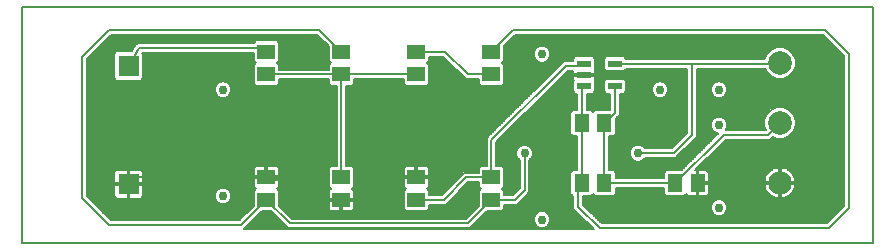
<source format=gtl>
G75*
%MOIN*%
%OFA0B0*%
%FSLAX25Y25*%
%IPPOS*%
%LPD*%
%AMOC8*
5,1,8,0,0,1.08239X$1,22.5*
%
%ADD10C,0.00600*%
%ADD11R,0.05906X0.05118*%
%ADD12R,0.05118X0.05906*%
%ADD13R,0.04724X0.02362*%
%ADD14C,0.07874*%
%ADD15R,0.07087X0.07087*%
%ADD16C,0.02978*%
D10*
X0022123Y0001300D02*
X0022123Y0080040D01*
X0305588Y0080040D01*
X0305588Y0001300D01*
X0022123Y0001300D01*
X0042123Y0016300D02*
X0051060Y0007363D01*
X0095116Y0007363D01*
X0103501Y0015749D01*
X0111375Y0007875D01*
X0170627Y0007875D01*
X0178501Y0015749D01*
X0186375Y0015749D01*
X0189564Y0018938D01*
X0189564Y0031300D01*
X0187011Y0032423D02*
X0180101Y0032423D01*
X0180101Y0033021D02*
X0187341Y0033021D01*
X0187200Y0032880D02*
X0186775Y0031855D01*
X0186775Y0030745D01*
X0187200Y0029720D01*
X0187964Y0028956D01*
X0187964Y0019601D01*
X0185713Y0017349D01*
X0182754Y0017349D01*
X0182754Y0018846D01*
X0182111Y0019489D01*
X0182754Y0020132D01*
X0182754Y0026327D01*
X0181993Y0027088D01*
X0180101Y0027088D01*
X0180101Y0034968D01*
X0203889Y0058755D01*
X0205771Y0058755D01*
X0205760Y0058715D01*
X0205760Y0057654D01*
X0209132Y0057654D01*
X0209132Y0057072D01*
X0205760Y0057072D01*
X0205760Y0056011D01*
X0205849Y0055680D01*
X0205940Y0055522D01*
X0205760Y0055342D01*
X0205760Y0051903D01*
X0206522Y0051142D01*
X0207098Y0051142D01*
X0207098Y0045553D01*
X0205601Y0045553D01*
X0204839Y0044791D01*
X0204839Y0037809D01*
X0182943Y0037809D01*
X0183541Y0038408D02*
X0204839Y0038408D01*
X0204839Y0039006D02*
X0184140Y0039006D01*
X0184738Y0039605D02*
X0204839Y0039605D01*
X0204839Y0040203D02*
X0185337Y0040203D01*
X0185935Y0040802D02*
X0204839Y0040802D01*
X0204839Y0041400D02*
X0186534Y0041400D01*
X0187132Y0041999D02*
X0204839Y0041999D01*
X0204839Y0042597D02*
X0187731Y0042597D01*
X0188329Y0043196D02*
X0204839Y0043196D01*
X0204839Y0043794D02*
X0188928Y0043794D01*
X0189526Y0044393D02*
X0204839Y0044393D01*
X0205039Y0044991D02*
X0190125Y0044991D01*
X0190723Y0045590D02*
X0207098Y0045590D01*
X0207098Y0046188D02*
X0191322Y0046188D01*
X0191920Y0046787D02*
X0207098Y0046787D01*
X0207098Y0047385D02*
X0192519Y0047385D01*
X0193117Y0047984D02*
X0207098Y0047984D01*
X0207098Y0048582D02*
X0193716Y0048582D01*
X0194314Y0049181D02*
X0207098Y0049181D01*
X0207098Y0049779D02*
X0194913Y0049779D01*
X0195511Y0050378D02*
X0207098Y0050378D01*
X0207098Y0050976D02*
X0196110Y0050976D01*
X0196708Y0051575D02*
X0206089Y0051575D01*
X0205760Y0052173D02*
X0197307Y0052173D01*
X0197905Y0052772D02*
X0205760Y0052772D01*
X0205760Y0053370D02*
X0198504Y0053370D01*
X0199102Y0053969D02*
X0205760Y0053969D01*
X0205760Y0054568D02*
X0199701Y0054568D01*
X0200299Y0055166D02*
X0205760Y0055166D01*
X0205826Y0055765D02*
X0200898Y0055765D01*
X0201496Y0056363D02*
X0205760Y0056363D01*
X0205760Y0056962D02*
X0202095Y0056962D01*
X0202693Y0057560D02*
X0209132Y0057560D01*
X0209423Y0057363D02*
X0204564Y0057363D01*
X0193501Y0046300D01*
X0188592Y0047984D02*
X0130101Y0047984D01*
X0130101Y0048582D02*
X0189190Y0048582D01*
X0189789Y0049181D02*
X0130101Y0049181D01*
X0130101Y0049779D02*
X0190387Y0049779D01*
X0190986Y0050378D02*
X0130101Y0050378D01*
X0130101Y0050976D02*
X0191584Y0050976D01*
X0192183Y0051575D02*
X0130101Y0051575D01*
X0130101Y0052173D02*
X0192781Y0052173D01*
X0193380Y0052772D02*
X0130101Y0052772D01*
X0130101Y0053370D02*
X0193978Y0053370D01*
X0194577Y0053969D02*
X0182261Y0053969D01*
X0181993Y0053701D02*
X0182754Y0054462D01*
X0182754Y0060657D01*
X0182111Y0061300D01*
X0182754Y0061943D01*
X0182754Y0067030D01*
X0186487Y0070763D01*
X0288980Y0070763D01*
X0296114Y0063629D01*
X0296114Y0013774D01*
X0290240Y0007900D01*
X0215227Y0007900D01*
X0209058Y0014069D01*
X0209058Y0017047D01*
X0211796Y0017047D01*
X0212438Y0017690D01*
X0213081Y0017047D01*
X0219276Y0017047D01*
X0220038Y0017809D01*
X0220038Y0019700D01*
X0235902Y0019700D01*
X0235902Y0017809D01*
X0236664Y0017047D01*
X0242859Y0017047D01*
X0243539Y0017728D01*
X0243642Y0017549D01*
X0243884Y0017307D01*
X0244181Y0017136D01*
X0244511Y0017047D01*
X0246942Y0017047D01*
X0246942Y0021000D01*
X0247541Y0021000D01*
X0247541Y0017047D01*
X0249972Y0017047D01*
X0250302Y0017136D01*
X0250599Y0017307D01*
X0250841Y0017549D01*
X0251012Y0017845D01*
X0251101Y0018176D01*
X0251101Y0021000D01*
X0247542Y0021000D01*
X0247542Y0021600D01*
X0251101Y0021600D01*
X0251101Y0024424D01*
X0251012Y0024755D01*
X0250841Y0025051D01*
X0250599Y0025293D01*
X0250302Y0025464D01*
X0249972Y0025553D01*
X0247541Y0025553D01*
X0247541Y0021600D01*
X0246942Y0021600D01*
X0246942Y0025553D01*
X0246277Y0025553D01*
X0256570Y0035846D01*
X0271389Y0035846D01*
X0272255Y0036712D01*
X0273621Y0036146D01*
X0275704Y0036146D01*
X0277629Y0036943D01*
X0279102Y0038417D01*
X0279900Y0040341D01*
X0279900Y0042425D01*
X0279102Y0044350D01*
X0277629Y0045823D01*
X0275704Y0046620D01*
X0273621Y0046620D01*
X0271696Y0045823D01*
X0270223Y0044350D01*
X0269426Y0042425D01*
X0269426Y0040341D01*
X0269962Y0039046D01*
X0256727Y0039046D01*
X0256771Y0039090D01*
X0257196Y0040115D01*
X0257196Y0041225D01*
X0256771Y0042250D01*
X0255987Y0043034D01*
X0254962Y0043459D01*
X0253852Y0043459D01*
X0252827Y0043034D01*
X0252042Y0042250D01*
X0251618Y0041225D01*
X0251618Y0040115D01*
X0252042Y0039090D01*
X0252827Y0038306D01*
X0253852Y0037881D01*
X0254080Y0037881D01*
X0241751Y0025553D01*
X0236664Y0025553D01*
X0235902Y0024791D01*
X0235902Y0022900D01*
X0220038Y0022900D01*
X0220038Y0024791D01*
X0219276Y0025553D01*
X0217779Y0025553D01*
X0217779Y0037047D01*
X0219276Y0037047D01*
X0220038Y0037809D01*
X0243496Y0037809D01*
X0243712Y0038026D02*
X0238587Y0032900D01*
X0229783Y0032900D01*
X0229018Y0033664D01*
X0227993Y0034089D01*
X0226884Y0034089D01*
X0225859Y0033664D01*
X0225074Y0032880D01*
X0224649Y0031855D01*
X0224649Y0030745D01*
X0225074Y0029720D01*
X0225859Y0028936D01*
X0226884Y0028511D01*
X0227993Y0028511D01*
X0229018Y0028936D01*
X0229783Y0029700D01*
X0239912Y0029700D01*
X0240849Y0030637D01*
X0245975Y0035763D01*
X0246912Y0036700D01*
X0246912Y0059503D01*
X0269773Y0059503D01*
X0270223Y0058417D01*
X0271696Y0056943D01*
X0273621Y0056146D01*
X0275704Y0056146D01*
X0277629Y0056943D01*
X0279102Y0058417D01*
X0279900Y0060341D01*
X0279900Y0062425D01*
X0279102Y0064350D01*
X0277629Y0065823D01*
X0275704Y0066620D01*
X0273621Y0066620D01*
X0271696Y0065823D01*
X0270223Y0064350D01*
X0269541Y0062703D01*
X0223368Y0062703D01*
X0223368Y0062823D01*
X0222607Y0063584D01*
X0216805Y0063584D01*
X0216044Y0062823D01*
X0216044Y0059384D01*
X0216805Y0058622D01*
X0222607Y0058622D01*
X0223368Y0059384D01*
X0223368Y0059503D01*
X0243712Y0059503D01*
X0243712Y0038026D01*
X0243712Y0038408D02*
X0220038Y0038408D01*
X0220038Y0039006D02*
X0243712Y0039006D01*
X0243712Y0039605D02*
X0220038Y0039605D01*
X0220038Y0040203D02*
X0243712Y0040203D01*
X0243712Y0040802D02*
X0220038Y0040802D01*
X0220038Y0041400D02*
X0243712Y0041400D01*
X0243712Y0041999D02*
X0220038Y0041999D01*
X0220038Y0042597D02*
X0243712Y0042597D01*
X0243712Y0043196D02*
X0220337Y0043196D01*
X0220038Y0042896D02*
X0221306Y0044165D01*
X0221306Y0051142D01*
X0222607Y0051142D01*
X0223368Y0051903D01*
X0223368Y0055342D01*
X0222607Y0056104D01*
X0216805Y0056104D01*
X0216044Y0055342D01*
X0216044Y0051903D01*
X0216805Y0051142D01*
X0218106Y0051142D01*
X0218106Y0045553D01*
X0213081Y0045553D01*
X0212438Y0044910D01*
X0211796Y0045553D01*
X0210298Y0045553D01*
X0210298Y0051142D01*
X0212323Y0051142D01*
X0213085Y0051903D01*
X0213085Y0055342D01*
X0212905Y0055522D01*
X0212996Y0055680D01*
X0213085Y0056011D01*
X0213085Y0057072D01*
X0209713Y0057072D01*
X0209713Y0057654D01*
X0213085Y0057654D01*
X0213085Y0058715D01*
X0212996Y0059046D01*
X0212905Y0059204D01*
X0213085Y0059384D01*
X0213085Y0062823D01*
X0212323Y0063584D01*
X0206522Y0063584D01*
X0205760Y0062823D01*
X0205760Y0061955D01*
X0202563Y0061955D01*
X0177839Y0037231D01*
X0176901Y0036293D01*
X0176901Y0027088D01*
X0175010Y0027088D01*
X0174249Y0026327D01*
X0174249Y0024829D01*
X0169374Y0024829D01*
X0161894Y0017349D01*
X0157754Y0017349D01*
X0157754Y0018846D01*
X0157074Y0019527D01*
X0157252Y0019630D01*
X0157494Y0019872D01*
X0157666Y0020168D01*
X0157754Y0020499D01*
X0157754Y0022929D01*
X0153801Y0022929D01*
X0153801Y0023529D01*
X0153201Y0023529D01*
X0153201Y0022929D01*
X0149249Y0022929D01*
X0149249Y0020499D01*
X0149337Y0020168D01*
X0149508Y0019872D01*
X0149750Y0019630D01*
X0149929Y0019527D01*
X0149249Y0018846D01*
X0149249Y0012651D01*
X0150010Y0011890D01*
X0156993Y0011890D01*
X0157754Y0012651D01*
X0157754Y0014149D01*
X0163219Y0014149D01*
X0170700Y0021629D01*
X0174249Y0021629D01*
X0174249Y0020132D01*
X0174891Y0019489D01*
X0174249Y0018846D01*
X0174249Y0013759D01*
X0169965Y0009475D01*
X0112038Y0009475D01*
X0107754Y0013759D01*
X0107754Y0018846D01*
X0107074Y0019527D01*
X0107252Y0019630D01*
X0107494Y0019872D01*
X0107666Y0020168D01*
X0107754Y0020499D01*
X0107754Y0022929D01*
X0103801Y0022929D01*
X0103801Y0023529D01*
X0103201Y0023529D01*
X0103201Y0022929D01*
X0099249Y0022929D01*
X0099249Y0020499D01*
X0099337Y0020168D01*
X0099508Y0019872D01*
X0099750Y0019630D01*
X0099929Y0019527D01*
X0099249Y0018846D01*
X0099249Y0013759D01*
X0094453Y0008963D01*
X0051723Y0008963D01*
X0043723Y0016963D01*
X0043723Y0062763D01*
X0051723Y0070763D01*
X0120516Y0070763D01*
X0124249Y0067030D01*
X0124249Y0061943D01*
X0124891Y0061300D01*
X0124249Y0060657D01*
X0124249Y0059160D01*
X0107754Y0059160D01*
X0107754Y0060657D01*
X0107111Y0061300D01*
X0107754Y0061943D01*
X0107754Y0068138D01*
X0106993Y0068899D01*
X0100010Y0068899D01*
X0099249Y0068138D01*
X0099249Y0067900D01*
X0061497Y0067900D01*
X0061302Y0068015D01*
X0060857Y0067900D01*
X0060398Y0067900D01*
X0060238Y0067740D01*
X0060019Y0067683D01*
X0059785Y0067288D01*
X0059460Y0066963D01*
X0059460Y0066736D01*
X0058554Y0065198D01*
X0053475Y0065198D01*
X0052713Y0064437D01*
X0052713Y0056273D01*
X0053475Y0055512D01*
X0061638Y0055512D01*
X0062400Y0056273D01*
X0062400Y0064437D01*
X0062137Y0064700D01*
X0099249Y0064700D01*
X0099249Y0061943D01*
X0099891Y0061300D01*
X0099249Y0060657D01*
X0099249Y0054462D01*
X0100010Y0053701D01*
X0106993Y0053701D01*
X0107754Y0054462D01*
X0107754Y0055960D01*
X0124249Y0055960D01*
X0124249Y0054462D01*
X0125010Y0053701D01*
X0126901Y0053701D01*
X0126901Y0027088D01*
X0125010Y0027088D01*
X0124249Y0026327D01*
X0124249Y0020132D01*
X0124929Y0019451D01*
X0124750Y0019348D01*
X0124508Y0019106D01*
X0124337Y0018810D01*
X0124249Y0018479D01*
X0124249Y0016049D01*
X0128201Y0016049D01*
X0128201Y0015449D01*
X0124249Y0015449D01*
X0124249Y0013019D01*
X0124337Y0012688D01*
X0124508Y0012392D01*
X0124750Y0012150D01*
X0125047Y0011978D01*
X0125377Y0011890D01*
X0128201Y0011890D01*
X0128201Y0015449D01*
X0128801Y0015449D01*
X0128801Y0011890D01*
X0131625Y0011890D01*
X0131956Y0011978D01*
X0132252Y0012150D01*
X0132494Y0012392D01*
X0132666Y0012688D01*
X0132754Y0013019D01*
X0132754Y0015449D01*
X0128801Y0015449D01*
X0128801Y0016049D01*
X0132754Y0016049D01*
X0132754Y0018479D01*
X0132666Y0018810D01*
X0132494Y0019106D01*
X0132252Y0019348D01*
X0132074Y0019451D01*
X0132754Y0020132D01*
X0132754Y0026327D01*
X0131993Y0027088D01*
X0130101Y0027088D01*
X0130101Y0053701D01*
X0131993Y0053701D01*
X0132754Y0054462D01*
X0132754Y0055960D01*
X0149249Y0055960D01*
X0149249Y0054462D01*
X0150010Y0053701D01*
X0156993Y0053701D01*
X0157754Y0054462D01*
X0157754Y0060657D01*
X0157111Y0061300D01*
X0157754Y0061943D01*
X0157754Y0063440D01*
X0162445Y0063440D01*
X0169925Y0055960D01*
X0174249Y0055960D01*
X0174249Y0054462D01*
X0175010Y0053701D01*
X0181993Y0053701D01*
X0182754Y0054568D02*
X0195175Y0054568D01*
X0195774Y0055166D02*
X0182754Y0055166D01*
X0182754Y0055765D02*
X0196372Y0055765D01*
X0196971Y0056363D02*
X0182754Y0056363D01*
X0182754Y0056962D02*
X0197569Y0056962D01*
X0198168Y0057560D02*
X0182754Y0057560D01*
X0182754Y0058159D02*
X0198766Y0058159D01*
X0199365Y0058757D02*
X0182754Y0058757D01*
X0182754Y0059356D02*
X0199964Y0059356D01*
X0200562Y0059954D02*
X0182754Y0059954D01*
X0182754Y0060553D02*
X0201161Y0060553D01*
X0201759Y0061151D02*
X0182260Y0061151D01*
X0182561Y0061750D02*
X0194202Y0061750D01*
X0193772Y0061928D02*
X0194797Y0061503D01*
X0195907Y0061503D01*
X0196932Y0061928D01*
X0197716Y0062712D01*
X0198141Y0063737D01*
X0198141Y0064847D01*
X0197716Y0065872D01*
X0196932Y0066656D01*
X0195907Y0067081D01*
X0194797Y0067081D01*
X0193772Y0066656D01*
X0192987Y0065872D01*
X0192563Y0064847D01*
X0192563Y0063737D01*
X0192987Y0062712D01*
X0193772Y0061928D01*
X0193352Y0062348D02*
X0182754Y0062348D01*
X0182754Y0062947D02*
X0192890Y0062947D01*
X0192642Y0063545D02*
X0182754Y0063545D01*
X0182754Y0064144D02*
X0192563Y0064144D01*
X0192563Y0064742D02*
X0182754Y0064742D01*
X0182754Y0065341D02*
X0192767Y0065341D01*
X0193055Y0065939D02*
X0182754Y0065939D01*
X0182754Y0066538D02*
X0193653Y0066538D01*
X0197050Y0066538D02*
X0273422Y0066538D01*
X0271977Y0065939D02*
X0197649Y0065939D01*
X0197936Y0065341D02*
X0271214Y0065341D01*
X0270616Y0064742D02*
X0198141Y0064742D01*
X0198141Y0064144D02*
X0270138Y0064144D01*
X0269890Y0063545D02*
X0222646Y0063545D01*
X0223244Y0062947D02*
X0269642Y0062947D01*
X0274383Y0061103D02*
X0245312Y0061103D01*
X0245312Y0037363D01*
X0239249Y0031300D01*
X0227438Y0031300D01*
X0224885Y0032423D02*
X0217779Y0032423D01*
X0217779Y0033021D02*
X0225215Y0033021D01*
X0225814Y0033620D02*
X0217779Y0033620D01*
X0217779Y0034218D02*
X0239905Y0034218D01*
X0240503Y0034817D02*
X0217779Y0034817D01*
X0217779Y0035415D02*
X0241102Y0035415D01*
X0241700Y0036014D02*
X0217779Y0036014D01*
X0217779Y0036612D02*
X0242299Y0036612D01*
X0242897Y0037211D02*
X0219439Y0037211D01*
X0220038Y0037809D02*
X0220038Y0042896D01*
X0220936Y0043794D02*
X0243712Y0043794D01*
X0243712Y0044393D02*
X0221306Y0044393D01*
X0221306Y0044991D02*
X0243712Y0044991D01*
X0243712Y0045590D02*
X0221306Y0045590D01*
X0221306Y0046188D02*
X0243712Y0046188D01*
X0243712Y0046787D02*
X0221306Y0046787D01*
X0221306Y0047385D02*
X0243712Y0047385D01*
X0243712Y0047984D02*
X0221306Y0047984D01*
X0221306Y0048582D02*
X0243712Y0048582D01*
X0243712Y0049181D02*
X0221306Y0049181D01*
X0221306Y0049779D02*
X0233956Y0049779D01*
X0234167Y0049692D02*
X0235277Y0049692D01*
X0236302Y0050117D01*
X0237086Y0050901D01*
X0237511Y0051926D01*
X0237511Y0053036D01*
X0237086Y0054061D01*
X0236302Y0054845D01*
X0235277Y0055270D01*
X0234167Y0055270D01*
X0233142Y0054845D01*
X0232357Y0054061D01*
X0231933Y0053036D01*
X0231933Y0051926D01*
X0232357Y0050901D01*
X0233142Y0050117D01*
X0234167Y0049692D01*
X0235487Y0049779D02*
X0243712Y0049779D01*
X0243712Y0050378D02*
X0236563Y0050378D01*
X0237117Y0050976D02*
X0243712Y0050976D01*
X0243712Y0051575D02*
X0237365Y0051575D01*
X0237511Y0052173D02*
X0243712Y0052173D01*
X0243712Y0052772D02*
X0237511Y0052772D01*
X0237372Y0053370D02*
X0243712Y0053370D01*
X0243712Y0053969D02*
X0237124Y0053969D01*
X0236580Y0054568D02*
X0243712Y0054568D01*
X0243712Y0055166D02*
X0235528Y0055166D01*
X0233916Y0055166D02*
X0223368Y0055166D01*
X0223368Y0054568D02*
X0232864Y0054568D01*
X0232319Y0053969D02*
X0223368Y0053969D01*
X0223368Y0053370D02*
X0232071Y0053370D01*
X0231933Y0052772D02*
X0223368Y0052772D01*
X0223368Y0052173D02*
X0231933Y0052173D01*
X0232078Y0051575D02*
X0223040Y0051575D01*
X0221306Y0050976D02*
X0232326Y0050976D01*
X0232881Y0050378D02*
X0221306Y0050378D01*
X0218106Y0050378D02*
X0210298Y0050378D01*
X0210298Y0050976D02*
X0218106Y0050976D01*
X0218106Y0049779D02*
X0210298Y0049779D01*
X0210298Y0049181D02*
X0218106Y0049181D01*
X0218106Y0048582D02*
X0210298Y0048582D01*
X0210298Y0047984D02*
X0218106Y0047984D01*
X0218106Y0047385D02*
X0210298Y0047385D01*
X0210298Y0046787D02*
X0218106Y0046787D01*
X0218106Y0046188D02*
X0210298Y0046188D01*
X0210298Y0045590D02*
X0218106Y0045590D01*
X0219706Y0044828D02*
X0216179Y0041300D01*
X0216179Y0021300D01*
X0239761Y0021300D01*
X0255907Y0037446D01*
X0270726Y0037446D01*
X0274663Y0041383D01*
X0279900Y0041400D02*
X0296114Y0041400D01*
X0296114Y0040802D02*
X0279900Y0040802D01*
X0279843Y0040203D02*
X0296114Y0040203D01*
X0296114Y0039605D02*
X0279595Y0039605D01*
X0279347Y0039006D02*
X0296114Y0039006D01*
X0296114Y0038408D02*
X0279094Y0038408D01*
X0278495Y0037809D02*
X0296114Y0037809D01*
X0296114Y0037211D02*
X0277897Y0037211D01*
X0276830Y0036612D02*
X0296114Y0036612D01*
X0296114Y0036014D02*
X0271556Y0036014D01*
X0272155Y0036612D02*
X0272496Y0036612D01*
X0269731Y0039605D02*
X0256984Y0039605D01*
X0257196Y0040203D02*
X0269483Y0040203D01*
X0269426Y0040802D02*
X0257196Y0040802D01*
X0257123Y0041400D02*
X0269426Y0041400D01*
X0269426Y0041999D02*
X0256875Y0041999D01*
X0256424Y0042597D02*
X0269497Y0042597D01*
X0269745Y0043196D02*
X0255597Y0043196D01*
X0253217Y0043196D02*
X0246912Y0043196D01*
X0246912Y0043794D02*
X0269993Y0043794D01*
X0270266Y0044393D02*
X0246912Y0044393D01*
X0246912Y0044991D02*
X0270865Y0044991D01*
X0271463Y0045590D02*
X0246912Y0045590D01*
X0246912Y0046188D02*
X0272579Y0046188D01*
X0276747Y0046188D02*
X0296114Y0046188D01*
X0296114Y0045590D02*
X0277862Y0045590D01*
X0278461Y0044991D02*
X0296114Y0044991D01*
X0296114Y0044393D02*
X0279059Y0044393D01*
X0279333Y0043794D02*
X0296114Y0043794D01*
X0296114Y0043196D02*
X0279580Y0043196D01*
X0279828Y0042597D02*
X0296114Y0042597D01*
X0296114Y0041999D02*
X0279900Y0041999D01*
X0296114Y0046787D02*
X0246912Y0046787D01*
X0246912Y0047385D02*
X0296114Y0047385D01*
X0296114Y0047984D02*
X0246912Y0047984D01*
X0246912Y0048582D02*
X0296114Y0048582D01*
X0296114Y0049181D02*
X0246912Y0049181D01*
X0246912Y0049779D02*
X0253641Y0049779D01*
X0253852Y0049692D02*
X0254962Y0049692D01*
X0255987Y0050117D01*
X0256771Y0050901D01*
X0257196Y0051926D01*
X0257196Y0053036D01*
X0256771Y0054061D01*
X0255987Y0054845D01*
X0254962Y0055270D01*
X0253852Y0055270D01*
X0252827Y0054845D01*
X0252042Y0054061D01*
X0251618Y0053036D01*
X0251618Y0051926D01*
X0252042Y0050901D01*
X0252827Y0050117D01*
X0253852Y0049692D01*
X0255172Y0049779D02*
X0296114Y0049779D01*
X0296114Y0050378D02*
X0256248Y0050378D01*
X0256802Y0050976D02*
X0296114Y0050976D01*
X0296114Y0051575D02*
X0257050Y0051575D01*
X0257196Y0052173D02*
X0296114Y0052173D01*
X0296114Y0052772D02*
X0257196Y0052772D01*
X0257057Y0053370D02*
X0296114Y0053370D01*
X0296114Y0053969D02*
X0256809Y0053969D01*
X0256265Y0054568D02*
X0296114Y0054568D01*
X0296114Y0055166D02*
X0255213Y0055166D01*
X0253601Y0055166D02*
X0246912Y0055166D01*
X0246912Y0054568D02*
X0252549Y0054568D01*
X0252004Y0053969D02*
X0246912Y0053969D01*
X0246912Y0053370D02*
X0251757Y0053370D01*
X0251618Y0052772D02*
X0246912Y0052772D01*
X0246912Y0052173D02*
X0251618Y0052173D01*
X0251763Y0051575D02*
X0246912Y0051575D01*
X0246912Y0050976D02*
X0252011Y0050976D01*
X0252566Y0050378D02*
X0246912Y0050378D01*
X0246912Y0055765D02*
X0296114Y0055765D01*
X0296114Y0056363D02*
X0276228Y0056363D01*
X0277648Y0056962D02*
X0296114Y0056962D01*
X0296114Y0057560D02*
X0278246Y0057560D01*
X0278845Y0058159D02*
X0296114Y0058159D01*
X0296114Y0058757D02*
X0279244Y0058757D01*
X0279491Y0059356D02*
X0296114Y0059356D01*
X0296114Y0059954D02*
X0279739Y0059954D01*
X0279900Y0060553D02*
X0296114Y0060553D01*
X0296114Y0061151D02*
X0279900Y0061151D01*
X0279900Y0061750D02*
X0296114Y0061750D01*
X0296114Y0062348D02*
X0279900Y0062348D01*
X0279684Y0062947D02*
X0296114Y0062947D01*
X0296114Y0063545D02*
X0279436Y0063545D01*
X0279188Y0064144D02*
X0295600Y0064144D01*
X0295001Y0064742D02*
X0278710Y0064742D01*
X0278111Y0065341D02*
X0294403Y0065341D01*
X0293804Y0065939D02*
X0277348Y0065939D01*
X0275903Y0066538D02*
X0293206Y0066538D01*
X0292607Y0067136D02*
X0182860Y0067136D01*
X0183459Y0067735D02*
X0292009Y0067735D01*
X0291410Y0068333D02*
X0184057Y0068333D01*
X0184656Y0068932D02*
X0290812Y0068932D01*
X0290213Y0069530D02*
X0185254Y0069530D01*
X0185853Y0070129D02*
X0289615Y0070129D01*
X0289016Y0070727D02*
X0186451Y0070727D01*
X0185824Y0072363D02*
X0289643Y0072363D01*
X0297714Y0064292D01*
X0297714Y0013111D01*
X0290903Y0006300D01*
X0214564Y0006300D01*
X0207458Y0013406D01*
X0207458Y0020060D01*
X0207773Y0020375D01*
X0208698Y0021300D01*
X0208698Y0041300D01*
X0208698Y0052898D01*
X0209423Y0053623D01*
X0213085Y0053370D02*
X0216044Y0053370D01*
X0216044Y0052772D02*
X0213085Y0052772D01*
X0213085Y0052173D02*
X0216044Y0052173D01*
X0216372Y0051575D02*
X0212757Y0051575D01*
X0219706Y0053623D02*
X0219706Y0044828D01*
X0212520Y0044991D02*
X0212357Y0044991D01*
X0187993Y0047385D02*
X0130101Y0047385D01*
X0130101Y0046787D02*
X0187395Y0046787D01*
X0186796Y0046188D02*
X0130101Y0046188D01*
X0130101Y0045590D02*
X0186198Y0045590D01*
X0185599Y0044991D02*
X0130101Y0044991D01*
X0130101Y0044393D02*
X0185001Y0044393D01*
X0184402Y0043794D02*
X0130101Y0043794D01*
X0130101Y0043196D02*
X0183804Y0043196D01*
X0183205Y0042597D02*
X0130101Y0042597D01*
X0130101Y0041999D02*
X0182607Y0041999D01*
X0182008Y0041400D02*
X0130101Y0041400D01*
X0130101Y0040802D02*
X0181410Y0040802D01*
X0180811Y0040203D02*
X0130101Y0040203D01*
X0130101Y0039605D02*
X0180213Y0039605D01*
X0179614Y0039006D02*
X0130101Y0039006D01*
X0130101Y0038408D02*
X0179016Y0038408D01*
X0178417Y0037809D02*
X0130101Y0037809D01*
X0130101Y0037211D02*
X0177819Y0037211D01*
X0177220Y0036612D02*
X0130101Y0036612D01*
X0130101Y0036014D02*
X0176901Y0036014D01*
X0176901Y0035415D02*
X0130101Y0035415D01*
X0130101Y0034817D02*
X0176901Y0034817D01*
X0176901Y0034218D02*
X0130101Y0034218D01*
X0130101Y0033620D02*
X0176901Y0033620D01*
X0176901Y0033021D02*
X0130101Y0033021D01*
X0130101Y0032423D02*
X0176901Y0032423D01*
X0176901Y0031824D02*
X0130101Y0031824D01*
X0130101Y0031226D02*
X0176901Y0031226D01*
X0176901Y0030627D02*
X0130101Y0030627D01*
X0130101Y0030029D02*
X0176901Y0030029D01*
X0176901Y0029430D02*
X0130101Y0029430D01*
X0130101Y0028832D02*
X0176901Y0028832D01*
X0176901Y0028233D02*
X0130101Y0028233D01*
X0130101Y0027634D02*
X0176901Y0027634D01*
X0174958Y0027036D02*
X0156820Y0027036D01*
X0156956Y0027000D02*
X0156625Y0027088D01*
X0153801Y0027088D01*
X0153801Y0023529D01*
X0157754Y0023529D01*
X0157754Y0025959D01*
X0157666Y0026290D01*
X0157494Y0026586D01*
X0157252Y0026828D01*
X0156956Y0027000D01*
X0157580Y0026437D02*
X0174359Y0026437D01*
X0174249Y0025839D02*
X0157754Y0025839D01*
X0157754Y0025240D02*
X0174249Y0025240D01*
X0169187Y0024642D02*
X0157754Y0024642D01*
X0157754Y0024043D02*
X0168588Y0024043D01*
X0167990Y0023445D02*
X0153801Y0023445D01*
X0153501Y0023229D02*
X0159053Y0023229D01*
X0182123Y0046300D01*
X0182438Y0046300D01*
X0203501Y0067363D01*
X0284564Y0067363D01*
X0289840Y0062087D01*
X0289840Y0060355D01*
X0289840Y0052481D01*
X0289840Y0024922D01*
X0286301Y0021383D01*
X0274663Y0021383D01*
X0274580Y0021300D01*
X0247242Y0021300D01*
X0247542Y0021051D02*
X0269426Y0021051D01*
X0269426Y0021083D02*
X0269426Y0020971D01*
X0269555Y0020157D01*
X0269809Y0019373D01*
X0270184Y0018638D01*
X0270668Y0017971D01*
X0271251Y0017388D01*
X0271918Y0016904D01*
X0272652Y0016530D01*
X0273436Y0016275D01*
X0274251Y0016146D01*
X0274363Y0016146D01*
X0274363Y0021083D01*
X0274963Y0021083D01*
X0274963Y0021683D01*
X0279900Y0021683D01*
X0279900Y0021795D01*
X0279771Y0022609D01*
X0279516Y0023393D01*
X0279142Y0024128D01*
X0278657Y0024795D01*
X0278074Y0025378D01*
X0277408Y0025862D01*
X0276673Y0026236D01*
X0275889Y0026491D01*
X0275075Y0026620D01*
X0274963Y0026620D01*
X0274963Y0021683D01*
X0274363Y0021683D01*
X0274363Y0026620D01*
X0274251Y0026620D01*
X0273436Y0026491D01*
X0272652Y0026236D01*
X0271918Y0025862D01*
X0271251Y0025378D01*
X0270668Y0024795D01*
X0270184Y0024128D01*
X0269809Y0023393D01*
X0269555Y0022609D01*
X0269426Y0021795D01*
X0269426Y0021683D01*
X0274363Y0021683D01*
X0274363Y0021083D01*
X0269426Y0021083D01*
X0269508Y0020452D02*
X0251101Y0020452D01*
X0251101Y0019854D02*
X0269653Y0019854D01*
X0269869Y0019255D02*
X0251101Y0019255D01*
X0251101Y0018657D02*
X0270174Y0018657D01*
X0270605Y0018058D02*
X0251069Y0018058D01*
X0250752Y0017460D02*
X0271180Y0017460D01*
X0272002Y0016861D02*
X0209058Y0016861D01*
X0209058Y0016263D02*
X0273514Y0016263D01*
X0274363Y0016263D02*
X0274963Y0016263D01*
X0274963Y0016146D02*
X0275075Y0016146D01*
X0275889Y0016275D01*
X0276673Y0016530D01*
X0277408Y0016904D01*
X0278074Y0017388D01*
X0278657Y0017971D01*
X0279142Y0018638D01*
X0279516Y0019373D01*
X0279771Y0020157D01*
X0279900Y0020971D01*
X0279900Y0021083D01*
X0274963Y0021083D01*
X0274963Y0016146D01*
X0274963Y0016861D02*
X0274363Y0016861D01*
X0274363Y0017460D02*
X0274963Y0017460D01*
X0274963Y0018058D02*
X0274363Y0018058D01*
X0274363Y0018657D02*
X0274963Y0018657D01*
X0274963Y0019255D02*
X0274363Y0019255D01*
X0274363Y0019854D02*
X0274963Y0019854D01*
X0274963Y0020452D02*
X0274363Y0020452D01*
X0274363Y0021051D02*
X0274963Y0021051D01*
X0274963Y0021649D02*
X0296114Y0021649D01*
X0296114Y0021051D02*
X0279900Y0021051D01*
X0279818Y0020452D02*
X0296114Y0020452D01*
X0296114Y0019854D02*
X0279672Y0019854D01*
X0279456Y0019255D02*
X0296114Y0019255D01*
X0296114Y0018657D02*
X0279151Y0018657D01*
X0278720Y0018058D02*
X0296114Y0018058D01*
X0296114Y0017460D02*
X0278146Y0017460D01*
X0277324Y0016861D02*
X0296114Y0016861D01*
X0296114Y0016263D02*
X0275812Y0016263D01*
X0293216Y0010876D02*
X0256116Y0010876D01*
X0255987Y0010747D02*
X0256771Y0011531D01*
X0257196Y0012556D01*
X0257196Y0013666D01*
X0256771Y0014691D01*
X0255987Y0015475D01*
X0254962Y0015900D01*
X0253852Y0015900D01*
X0252827Y0015475D01*
X0252042Y0014691D01*
X0251618Y0013666D01*
X0251618Y0012556D01*
X0252042Y0011531D01*
X0252827Y0010747D01*
X0253852Y0010322D01*
X0254962Y0010322D01*
X0255987Y0010747D01*
X0256715Y0011475D02*
X0293815Y0011475D01*
X0294413Y0012073D02*
X0256996Y0012073D01*
X0257196Y0012672D02*
X0295012Y0012672D01*
X0295610Y0013270D02*
X0257196Y0013270D01*
X0257112Y0013869D02*
X0296114Y0013869D01*
X0296114Y0014467D02*
X0256864Y0014467D01*
X0256396Y0015066D02*
X0296114Y0015066D01*
X0296114Y0015664D02*
X0255531Y0015664D01*
X0253283Y0015664D02*
X0209058Y0015664D01*
X0209058Y0015066D02*
X0252417Y0015066D01*
X0251950Y0014467D02*
X0209058Y0014467D01*
X0209258Y0013869D02*
X0251702Y0013869D01*
X0251618Y0013270D02*
X0209857Y0013270D01*
X0210455Y0012672D02*
X0251618Y0012672D01*
X0251818Y0012073D02*
X0211054Y0012073D01*
X0211652Y0011475D02*
X0252099Y0011475D01*
X0252698Y0010876D02*
X0212251Y0010876D01*
X0212849Y0010278D02*
X0292618Y0010278D01*
X0292019Y0009679D02*
X0213448Y0009679D01*
X0214046Y0009081D02*
X0291421Y0009081D01*
X0290822Y0008482D02*
X0214645Y0008482D01*
X0210718Y0007884D02*
X0197836Y0007884D01*
X0197716Y0007594D02*
X0198141Y0008619D01*
X0198141Y0009729D01*
X0197716Y0010754D01*
X0196932Y0011538D01*
X0195907Y0011963D01*
X0194797Y0011963D01*
X0193772Y0011538D01*
X0192987Y0010754D01*
X0192563Y0009729D01*
X0192563Y0008619D01*
X0192987Y0007594D01*
X0193772Y0006810D01*
X0194797Y0006385D01*
X0195907Y0006385D01*
X0196932Y0006810D01*
X0197716Y0007594D01*
X0197407Y0007285D02*
X0211317Y0007285D01*
X0211915Y0006687D02*
X0196635Y0006687D01*
X0194069Y0006687D02*
X0171702Y0006687D01*
X0171290Y0006275D02*
X0176905Y0011890D01*
X0181993Y0011890D01*
X0182754Y0012651D01*
X0182754Y0014149D01*
X0187038Y0014149D01*
X0187975Y0015086D01*
X0190227Y0017338D01*
X0191164Y0018275D01*
X0191164Y0028956D01*
X0191929Y0029720D01*
X0192353Y0030745D01*
X0192353Y0031855D01*
X0191929Y0032880D01*
X0191144Y0033664D01*
X0190119Y0034089D01*
X0189010Y0034089D01*
X0187985Y0033664D01*
X0187200Y0032880D01*
X0187940Y0033620D02*
X0180101Y0033620D01*
X0180101Y0034218D02*
X0207098Y0034218D01*
X0207098Y0033620D02*
X0191189Y0033620D01*
X0191787Y0033021D02*
X0207098Y0033021D01*
X0207098Y0032423D02*
X0192118Y0032423D01*
X0192353Y0031824D02*
X0207098Y0031824D01*
X0207098Y0031226D02*
X0192353Y0031226D01*
X0192304Y0030627D02*
X0207098Y0030627D01*
X0207098Y0030029D02*
X0192056Y0030029D01*
X0191639Y0029430D02*
X0207098Y0029430D01*
X0207098Y0028832D02*
X0191164Y0028832D01*
X0191164Y0028233D02*
X0207098Y0028233D01*
X0207098Y0027634D02*
X0191164Y0027634D01*
X0191164Y0027036D02*
X0207098Y0027036D01*
X0207098Y0026437D02*
X0191164Y0026437D01*
X0191164Y0025839D02*
X0207098Y0025839D01*
X0207098Y0025553D02*
X0205601Y0025553D01*
X0204839Y0024791D01*
X0204839Y0017809D01*
X0205601Y0017047D01*
X0205858Y0017047D01*
X0205858Y0012744D01*
X0206795Y0011806D01*
X0206795Y0011806D01*
X0212702Y0005900D01*
X0095915Y0005900D01*
X0101905Y0011890D01*
X0105098Y0011890D01*
X0110713Y0006275D01*
X0171290Y0006275D01*
X0172300Y0007285D02*
X0193296Y0007285D01*
X0192867Y0007884D02*
X0172899Y0007884D01*
X0173497Y0008482D02*
X0192620Y0008482D01*
X0192563Y0009081D02*
X0174096Y0009081D01*
X0174694Y0009679D02*
X0192563Y0009679D01*
X0192790Y0010278D02*
X0175293Y0010278D01*
X0175891Y0010876D02*
X0193110Y0010876D01*
X0193708Y0011475D02*
X0176490Y0011475D01*
X0173162Y0012672D02*
X0157754Y0012672D01*
X0157754Y0013270D02*
X0173760Y0013270D01*
X0174249Y0013869D02*
X0157754Y0013869D01*
X0153501Y0015749D02*
X0162556Y0015749D01*
X0170037Y0023229D01*
X0178501Y0023229D01*
X0178501Y0035631D01*
X0203226Y0060355D01*
X0208675Y0060355D01*
X0209423Y0061103D01*
X0213085Y0061151D02*
X0216044Y0061151D01*
X0216044Y0060553D02*
X0213085Y0060553D01*
X0213085Y0059954D02*
X0216044Y0059954D01*
X0216072Y0059356D02*
X0213057Y0059356D01*
X0213074Y0058757D02*
X0216670Y0058757D01*
X0213085Y0058159D02*
X0243712Y0058159D01*
X0243712Y0058757D02*
X0222742Y0058757D01*
X0223340Y0059356D02*
X0243712Y0059356D01*
X0246912Y0059356D02*
X0269834Y0059356D01*
X0270082Y0058757D02*
X0246912Y0058757D01*
X0246912Y0058159D02*
X0270481Y0058159D01*
X0271080Y0057560D02*
X0246912Y0057560D01*
X0246912Y0056962D02*
X0271678Y0056962D01*
X0273097Y0056363D02*
X0246912Y0056363D01*
X0243712Y0056363D02*
X0213085Y0056363D01*
X0213085Y0056962D02*
X0243712Y0056962D01*
X0243712Y0057560D02*
X0209713Y0057560D01*
X0205760Y0058159D02*
X0203292Y0058159D01*
X0213019Y0055765D02*
X0216466Y0055765D01*
X0216044Y0055166D02*
X0213085Y0055166D01*
X0213085Y0054568D02*
X0216044Y0054568D01*
X0216044Y0053969D02*
X0213085Y0053969D01*
X0222946Y0055765D02*
X0243712Y0055765D01*
X0245312Y0061103D02*
X0219706Y0061103D01*
X0216044Y0061750D02*
X0213085Y0061750D01*
X0213085Y0062348D02*
X0216044Y0062348D01*
X0216168Y0062947D02*
X0212961Y0062947D01*
X0212362Y0063545D02*
X0216766Y0063545D01*
X0206483Y0063545D02*
X0198061Y0063545D01*
X0197813Y0062947D02*
X0205884Y0062947D01*
X0205760Y0062348D02*
X0197352Y0062348D01*
X0196502Y0061750D02*
X0202358Y0061750D01*
X0185824Y0072363D02*
X0178501Y0065040D01*
X0170588Y0057560D02*
X0163108Y0065040D01*
X0153501Y0065040D01*
X0157754Y0062947D02*
X0162938Y0062947D01*
X0163537Y0062348D02*
X0157754Y0062348D01*
X0157561Y0061750D02*
X0164135Y0061750D01*
X0164734Y0061151D02*
X0157260Y0061151D01*
X0157754Y0060553D02*
X0165332Y0060553D01*
X0165931Y0059954D02*
X0157754Y0059954D01*
X0157754Y0059356D02*
X0166529Y0059356D01*
X0167128Y0058757D02*
X0157754Y0058757D01*
X0157754Y0058159D02*
X0167727Y0058159D01*
X0168325Y0057560D02*
X0157754Y0057560D01*
X0157754Y0056962D02*
X0168924Y0056962D01*
X0169522Y0056363D02*
X0157754Y0056363D01*
X0157754Y0055765D02*
X0174249Y0055765D01*
X0174249Y0055166D02*
X0157754Y0055166D01*
X0157754Y0054568D02*
X0174249Y0054568D01*
X0174742Y0053969D02*
X0157261Y0053969D01*
X0149742Y0053969D02*
X0132261Y0053969D01*
X0132754Y0054568D02*
X0149249Y0054568D01*
X0149249Y0055166D02*
X0132754Y0055166D01*
X0132754Y0055765D02*
X0149249Y0055765D01*
X0153501Y0057560D02*
X0128501Y0057560D01*
X0128501Y0023229D01*
X0124249Y0023445D02*
X0103801Y0023445D01*
X0103801Y0023529D02*
X0107754Y0023529D01*
X0107754Y0025959D01*
X0107666Y0026290D01*
X0107494Y0026586D01*
X0107252Y0026828D01*
X0106956Y0027000D01*
X0106625Y0027088D01*
X0103801Y0027088D01*
X0103801Y0023529D01*
X0103501Y0023229D02*
X0057360Y0023229D01*
X0057556Y0020985D01*
X0057256Y0021051D02*
X0043723Y0021051D01*
X0043723Y0021649D02*
X0052713Y0021649D01*
X0052713Y0021285D02*
X0057256Y0021285D01*
X0057256Y0020685D01*
X0052713Y0020685D01*
X0052713Y0017271D01*
X0052802Y0016940D01*
X0052973Y0016644D01*
X0053215Y0016401D01*
X0053511Y0016230D01*
X0053842Y0016142D01*
X0057256Y0016142D01*
X0057256Y0020685D01*
X0057856Y0020685D01*
X0057856Y0016142D01*
X0061271Y0016142D01*
X0061602Y0016230D01*
X0061898Y0016401D01*
X0062140Y0016644D01*
X0062311Y0016940D01*
X0062400Y0017271D01*
X0062400Y0020685D01*
X0057857Y0020685D01*
X0057857Y0021285D01*
X0062400Y0021285D01*
X0062400Y0024699D01*
X0062311Y0025030D01*
X0062140Y0025327D01*
X0061898Y0025569D01*
X0061602Y0025740D01*
X0061271Y0025828D01*
X0057856Y0025828D01*
X0057856Y0021285D01*
X0057256Y0021285D01*
X0057256Y0025828D01*
X0053842Y0025828D01*
X0053511Y0025740D01*
X0053215Y0025569D01*
X0052973Y0025327D01*
X0052802Y0025030D01*
X0052713Y0024699D01*
X0052713Y0021285D01*
X0052713Y0020452D02*
X0043723Y0020452D01*
X0043723Y0019854D02*
X0052713Y0019854D01*
X0052713Y0019255D02*
X0043723Y0019255D01*
X0043723Y0018657D02*
X0052713Y0018657D01*
X0052713Y0018058D02*
X0043723Y0018058D01*
X0043723Y0017460D02*
X0052713Y0017460D01*
X0052847Y0016861D02*
X0043825Y0016861D01*
X0044423Y0016263D02*
X0053455Y0016263D01*
X0057256Y0016263D02*
X0057856Y0016263D01*
X0057856Y0016861D02*
X0057256Y0016861D01*
X0057256Y0017460D02*
X0057856Y0017460D01*
X0057856Y0018058D02*
X0057256Y0018058D01*
X0057256Y0018657D02*
X0057856Y0018657D01*
X0057856Y0019255D02*
X0057256Y0019255D01*
X0057256Y0019854D02*
X0057856Y0019854D01*
X0057856Y0020452D02*
X0057256Y0020452D01*
X0057857Y0021051D02*
X0099249Y0021051D01*
X0099249Y0021649D02*
X0062400Y0021649D01*
X0062400Y0022248D02*
X0099249Y0022248D01*
X0099249Y0022846D02*
X0062400Y0022846D01*
X0062400Y0023445D02*
X0103201Y0023445D01*
X0103201Y0023529D02*
X0099249Y0023529D01*
X0099249Y0025959D01*
X0099337Y0026290D01*
X0099508Y0026586D01*
X0099750Y0026828D01*
X0100047Y0027000D01*
X0100377Y0027088D01*
X0103201Y0027088D01*
X0103201Y0023529D01*
X0103501Y0023229D02*
X0104368Y0022363D01*
X0114013Y0022363D01*
X0120627Y0015749D01*
X0128501Y0015749D01*
X0139761Y0015749D01*
X0147242Y0023229D01*
X0153501Y0023229D01*
X0153201Y0023445D02*
X0132754Y0023445D01*
X0132754Y0024043D02*
X0149249Y0024043D01*
X0149249Y0023529D02*
X0153201Y0023529D01*
X0153201Y0027088D01*
X0150377Y0027088D01*
X0150047Y0027000D01*
X0149750Y0026828D01*
X0149508Y0026586D01*
X0149337Y0026290D01*
X0149249Y0025959D01*
X0149249Y0023529D01*
X0149249Y0022846D02*
X0132754Y0022846D01*
X0132754Y0022248D02*
X0149249Y0022248D01*
X0149249Y0021649D02*
X0132754Y0021649D01*
X0132754Y0021051D02*
X0149249Y0021051D01*
X0149261Y0020452D02*
X0132754Y0020452D01*
X0132476Y0019854D02*
X0149526Y0019854D01*
X0149658Y0019255D02*
X0132345Y0019255D01*
X0132706Y0018657D02*
X0149249Y0018657D01*
X0149249Y0018058D02*
X0132754Y0018058D01*
X0132754Y0017460D02*
X0149249Y0017460D01*
X0149249Y0016861D02*
X0132754Y0016861D01*
X0132754Y0016263D02*
X0149249Y0016263D01*
X0149249Y0015664D02*
X0128801Y0015664D01*
X0128801Y0015066D02*
X0128201Y0015066D01*
X0128201Y0015664D02*
X0107754Y0015664D01*
X0107754Y0015066D02*
X0124249Y0015066D01*
X0124249Y0014467D02*
X0107754Y0014467D01*
X0107754Y0013869D02*
X0124249Y0013869D01*
X0124249Y0013270D02*
X0108243Y0013270D01*
X0108841Y0012672D02*
X0124347Y0012672D01*
X0124883Y0012073D02*
X0109440Y0012073D01*
X0110038Y0011475D02*
X0171965Y0011475D01*
X0172563Y0012073D02*
X0157176Y0012073D01*
X0163538Y0014467D02*
X0174249Y0014467D01*
X0174249Y0015066D02*
X0164136Y0015066D01*
X0164735Y0015664D02*
X0174249Y0015664D01*
X0174249Y0016263D02*
X0165333Y0016263D01*
X0165932Y0016861D02*
X0174249Y0016861D01*
X0174249Y0017460D02*
X0166530Y0017460D01*
X0167129Y0018058D02*
X0174249Y0018058D01*
X0174249Y0018657D02*
X0167727Y0018657D01*
X0168326Y0019255D02*
X0174658Y0019255D01*
X0174526Y0019854D02*
X0168924Y0019854D01*
X0169523Y0020452D02*
X0174249Y0020452D01*
X0174249Y0021051D02*
X0170121Y0021051D01*
X0166194Y0021649D02*
X0157754Y0021649D01*
X0157754Y0021051D02*
X0165596Y0021051D01*
X0164997Y0020452D02*
X0157742Y0020452D01*
X0157476Y0019854D02*
X0164399Y0019854D01*
X0163800Y0019255D02*
X0157345Y0019255D01*
X0157754Y0018657D02*
X0163202Y0018657D01*
X0162603Y0018058D02*
X0157754Y0018058D01*
X0157754Y0017460D02*
X0162005Y0017460D01*
X0149249Y0015066D02*
X0132754Y0015066D01*
X0132754Y0014467D02*
X0149249Y0014467D01*
X0149249Y0013869D02*
X0132754Y0013869D01*
X0132754Y0013270D02*
X0149249Y0013270D01*
X0149249Y0012672D02*
X0132656Y0012672D01*
X0132120Y0012073D02*
X0149827Y0012073D01*
X0170169Y0009679D02*
X0111834Y0009679D01*
X0111235Y0010278D02*
X0170767Y0010278D01*
X0171366Y0010876D02*
X0110637Y0010876D01*
X0107907Y0009081D02*
X0099096Y0009081D01*
X0099694Y0009679D02*
X0107308Y0009679D01*
X0106710Y0010278D02*
X0100293Y0010278D01*
X0100891Y0010876D02*
X0106111Y0010876D01*
X0105513Y0011475D02*
X0101490Y0011475D01*
X0098760Y0013270D02*
X0047416Y0013270D01*
X0048014Y0012672D02*
X0098162Y0012672D01*
X0097563Y0012073D02*
X0048613Y0012073D01*
X0049211Y0011475D02*
X0096965Y0011475D01*
X0096366Y0010876D02*
X0049810Y0010876D01*
X0050408Y0010278D02*
X0095767Y0010278D01*
X0095169Y0009679D02*
X0051007Y0009679D01*
X0051605Y0009081D02*
X0094570Y0009081D01*
X0097899Y0007884D02*
X0109104Y0007884D01*
X0108505Y0008482D02*
X0098497Y0008482D01*
X0097300Y0007285D02*
X0109702Y0007285D01*
X0110301Y0006687D02*
X0096702Y0006687D01*
X0096103Y0006088D02*
X0212514Y0006088D01*
X0210119Y0008482D02*
X0198084Y0008482D01*
X0198141Y0009081D02*
X0209521Y0009081D01*
X0208922Y0009679D02*
X0198141Y0009679D01*
X0197913Y0010278D02*
X0208324Y0010278D01*
X0207725Y0010876D02*
X0197594Y0010876D01*
X0196995Y0011475D02*
X0207127Y0011475D01*
X0206528Y0012073D02*
X0182176Y0012073D01*
X0182754Y0012672D02*
X0205930Y0012672D01*
X0205858Y0013270D02*
X0182754Y0013270D01*
X0182754Y0013869D02*
X0205858Y0013869D01*
X0205858Y0014467D02*
X0187357Y0014467D01*
X0187955Y0015066D02*
X0205858Y0015066D01*
X0205858Y0015664D02*
X0188554Y0015664D01*
X0189152Y0016263D02*
X0205858Y0016263D01*
X0205858Y0016861D02*
X0189751Y0016861D01*
X0190349Y0017460D02*
X0205188Y0017460D01*
X0204839Y0018058D02*
X0190948Y0018058D01*
X0191164Y0018657D02*
X0204839Y0018657D01*
X0204839Y0019255D02*
X0191164Y0019255D01*
X0191164Y0019854D02*
X0204839Y0019854D01*
X0204839Y0020452D02*
X0191164Y0020452D01*
X0191164Y0021051D02*
X0204839Y0021051D01*
X0204839Y0021649D02*
X0191164Y0021649D01*
X0191164Y0022248D02*
X0204839Y0022248D01*
X0204839Y0022846D02*
X0191164Y0022846D01*
X0191164Y0023445D02*
X0204839Y0023445D01*
X0204839Y0024043D02*
X0191164Y0024043D01*
X0191164Y0024642D02*
X0204839Y0024642D01*
X0205288Y0025240D02*
X0191164Y0025240D01*
X0187964Y0025240D02*
X0182754Y0025240D01*
X0182754Y0024642D02*
X0187964Y0024642D01*
X0187964Y0024043D02*
X0182754Y0024043D01*
X0182754Y0023445D02*
X0187964Y0023445D01*
X0187964Y0022846D02*
X0182754Y0022846D01*
X0182754Y0022248D02*
X0187964Y0022248D01*
X0187964Y0021649D02*
X0182754Y0021649D01*
X0182754Y0021051D02*
X0187964Y0021051D01*
X0187964Y0020452D02*
X0182754Y0020452D01*
X0182476Y0019854D02*
X0187964Y0019854D01*
X0187619Y0019255D02*
X0182345Y0019255D01*
X0182754Y0018657D02*
X0187021Y0018657D01*
X0186422Y0018058D02*
X0182754Y0018058D01*
X0182754Y0017460D02*
X0185824Y0017460D01*
X0166793Y0022248D02*
X0157754Y0022248D01*
X0157754Y0022846D02*
X0167391Y0022846D01*
X0153801Y0024043D02*
X0153201Y0024043D01*
X0153201Y0024642D02*
X0153801Y0024642D01*
X0153801Y0025240D02*
X0153201Y0025240D01*
X0153201Y0025839D02*
X0153801Y0025839D01*
X0153801Y0026437D02*
X0153201Y0026437D01*
X0153201Y0027036D02*
X0153801Y0027036D01*
X0150183Y0027036D02*
X0132045Y0027036D01*
X0132643Y0026437D02*
X0149422Y0026437D01*
X0149249Y0025839D02*
X0132754Y0025839D01*
X0132754Y0025240D02*
X0149249Y0025240D01*
X0149249Y0024642D02*
X0132754Y0024642D01*
X0126901Y0027634D02*
X0043723Y0027634D01*
X0043723Y0027036D02*
X0100183Y0027036D01*
X0099422Y0026437D02*
X0043723Y0026437D01*
X0043723Y0025839D02*
X0099249Y0025839D01*
X0099249Y0025240D02*
X0062190Y0025240D01*
X0062400Y0024642D02*
X0099249Y0024642D01*
X0099249Y0024043D02*
X0062400Y0024043D01*
X0057856Y0024043D02*
X0057256Y0024043D01*
X0057256Y0023445D02*
X0057856Y0023445D01*
X0057856Y0022846D02*
X0057256Y0022846D01*
X0057256Y0022248D02*
X0057856Y0022248D01*
X0057856Y0021649D02*
X0057256Y0021649D01*
X0052713Y0022248D02*
X0043723Y0022248D01*
X0043723Y0022846D02*
X0052713Y0022846D01*
X0052713Y0023445D02*
X0043723Y0023445D01*
X0043723Y0024043D02*
X0052713Y0024043D01*
X0052713Y0024642D02*
X0043723Y0024642D01*
X0043723Y0025240D02*
X0052923Y0025240D01*
X0057256Y0025240D02*
X0057856Y0025240D01*
X0057856Y0024642D02*
X0057256Y0024642D01*
X0043723Y0028233D02*
X0126901Y0028233D01*
X0126901Y0028832D02*
X0043723Y0028832D01*
X0043723Y0029430D02*
X0126901Y0029430D01*
X0126901Y0030029D02*
X0043723Y0030029D01*
X0043723Y0030627D02*
X0126901Y0030627D01*
X0126901Y0031226D02*
X0043723Y0031226D01*
X0043723Y0031824D02*
X0126901Y0031824D01*
X0126901Y0032423D02*
X0043723Y0032423D01*
X0043723Y0033021D02*
X0126901Y0033021D01*
X0126901Y0033620D02*
X0043723Y0033620D01*
X0043723Y0034218D02*
X0126901Y0034218D01*
X0126901Y0034817D02*
X0043723Y0034817D01*
X0043723Y0035415D02*
X0126901Y0035415D01*
X0126901Y0036014D02*
X0043723Y0036014D01*
X0043723Y0036612D02*
X0126901Y0036612D01*
X0126901Y0037211D02*
X0043723Y0037211D01*
X0043723Y0037809D02*
X0126901Y0037809D01*
X0126901Y0038408D02*
X0043723Y0038408D01*
X0043723Y0039006D02*
X0126901Y0039006D01*
X0126901Y0039605D02*
X0043723Y0039605D01*
X0043723Y0040203D02*
X0126901Y0040203D01*
X0126901Y0040802D02*
X0043723Y0040802D01*
X0043723Y0041400D02*
X0126901Y0041400D01*
X0126901Y0041999D02*
X0043723Y0041999D01*
X0043723Y0042597D02*
X0126901Y0042597D01*
X0126901Y0043196D02*
X0043723Y0043196D01*
X0043723Y0043794D02*
X0126901Y0043794D01*
X0126901Y0044393D02*
X0043723Y0044393D01*
X0043723Y0044991D02*
X0126901Y0044991D01*
X0126901Y0045590D02*
X0043723Y0045590D01*
X0043723Y0046188D02*
X0126901Y0046188D01*
X0126901Y0046787D02*
X0043723Y0046787D01*
X0043723Y0047385D02*
X0126901Y0047385D01*
X0126901Y0047984D02*
X0043723Y0047984D01*
X0043723Y0048582D02*
X0126901Y0048582D01*
X0126901Y0049181D02*
X0043723Y0049181D01*
X0043723Y0049779D02*
X0088287Y0049779D01*
X0088498Y0049692D02*
X0089607Y0049692D01*
X0090632Y0050117D01*
X0091417Y0050901D01*
X0091842Y0051926D01*
X0091842Y0053036D01*
X0091417Y0054061D01*
X0090632Y0054845D01*
X0089607Y0055270D01*
X0088498Y0055270D01*
X0087473Y0054845D01*
X0086688Y0054061D01*
X0086264Y0053036D01*
X0086264Y0051926D01*
X0086688Y0050901D01*
X0087473Y0050117D01*
X0088498Y0049692D01*
X0089818Y0049779D02*
X0126901Y0049779D01*
X0126901Y0050378D02*
X0090894Y0050378D01*
X0091448Y0050976D02*
X0126901Y0050976D01*
X0126901Y0051575D02*
X0091696Y0051575D01*
X0091842Y0052173D02*
X0126901Y0052173D01*
X0126901Y0052772D02*
X0091842Y0052772D01*
X0091703Y0053370D02*
X0126901Y0053370D01*
X0124742Y0053969D02*
X0107261Y0053969D01*
X0107754Y0054568D02*
X0124249Y0054568D01*
X0124249Y0055166D02*
X0107754Y0055166D01*
X0107754Y0055765D02*
X0124249Y0055765D01*
X0128501Y0057560D02*
X0103501Y0057560D01*
X0099249Y0057560D02*
X0062400Y0057560D01*
X0062400Y0056962D02*
X0099249Y0056962D01*
X0099249Y0056363D02*
X0062400Y0056363D01*
X0061891Y0055765D02*
X0099249Y0055765D01*
X0099249Y0055166D02*
X0089859Y0055166D01*
X0090910Y0054568D02*
X0099249Y0054568D01*
X0099742Y0053969D02*
X0091455Y0053969D01*
X0088247Y0055166D02*
X0043723Y0055166D01*
X0043723Y0054568D02*
X0087195Y0054568D01*
X0086650Y0053969D02*
X0043723Y0053969D01*
X0043723Y0053370D02*
X0086402Y0053370D01*
X0086264Y0052772D02*
X0043723Y0052772D01*
X0043723Y0052173D02*
X0086264Y0052173D01*
X0086409Y0051575D02*
X0043723Y0051575D01*
X0043723Y0050976D02*
X0086657Y0050976D01*
X0087212Y0050378D02*
X0043723Y0050378D01*
X0043723Y0055765D02*
X0053222Y0055765D01*
X0052713Y0056363D02*
X0043723Y0056363D01*
X0043723Y0056962D02*
X0052713Y0056962D01*
X0052713Y0057560D02*
X0043723Y0057560D01*
X0043723Y0058159D02*
X0052713Y0058159D01*
X0052713Y0058757D02*
X0043723Y0058757D01*
X0043723Y0059356D02*
X0052713Y0059356D01*
X0052713Y0059954D02*
X0043723Y0059954D01*
X0043723Y0060553D02*
X0052713Y0060553D01*
X0052713Y0061151D02*
X0043723Y0061151D01*
X0043723Y0061750D02*
X0052713Y0061750D01*
X0052713Y0062348D02*
X0043723Y0062348D01*
X0043907Y0062947D02*
X0052713Y0062947D01*
X0052713Y0063545D02*
X0044505Y0063545D01*
X0045104Y0064144D02*
X0052713Y0064144D01*
X0053018Y0064742D02*
X0045702Y0064742D01*
X0046301Y0065341D02*
X0058638Y0065341D01*
X0058991Y0065939D02*
X0046899Y0065939D01*
X0047498Y0066538D02*
X0059343Y0066538D01*
X0059634Y0067136D02*
X0048096Y0067136D01*
X0048695Y0067735D02*
X0060217Y0067735D01*
X0061060Y0066300D02*
X0057556Y0060355D01*
X0062400Y0060553D02*
X0099249Y0060553D01*
X0099249Y0059954D02*
X0062400Y0059954D01*
X0062400Y0059356D02*
X0099249Y0059356D01*
X0099249Y0058757D02*
X0062400Y0058757D01*
X0062400Y0058159D02*
X0099249Y0058159D01*
X0107754Y0059356D02*
X0124249Y0059356D01*
X0124249Y0059954D02*
X0107754Y0059954D01*
X0107754Y0060553D02*
X0124249Y0060553D01*
X0124742Y0061151D02*
X0107260Y0061151D01*
X0107561Y0061750D02*
X0124442Y0061750D01*
X0124249Y0062348D02*
X0107754Y0062348D01*
X0107754Y0062947D02*
X0124249Y0062947D01*
X0124249Y0063545D02*
X0107754Y0063545D01*
X0107754Y0064144D02*
X0124249Y0064144D01*
X0124249Y0064742D02*
X0107754Y0064742D01*
X0107754Y0065341D02*
X0124249Y0065341D01*
X0124249Y0065939D02*
X0107754Y0065939D01*
X0107754Y0066538D02*
X0124249Y0066538D01*
X0124143Y0067136D02*
X0107754Y0067136D01*
X0107754Y0067735D02*
X0123544Y0067735D01*
X0122946Y0068333D02*
X0107559Y0068333D01*
X0103501Y0065040D02*
X0102242Y0066300D01*
X0061060Y0066300D01*
X0062400Y0064144D02*
X0099249Y0064144D01*
X0099249Y0063545D02*
X0062400Y0063545D01*
X0062400Y0062947D02*
X0099249Y0062947D01*
X0099249Y0062348D02*
X0062400Y0062348D01*
X0062400Y0061750D02*
X0099442Y0061750D01*
X0099742Y0061151D02*
X0062400Y0061151D01*
X0051060Y0072363D02*
X0042123Y0063426D01*
X0042123Y0016300D01*
X0045022Y0015664D02*
X0086607Y0015664D01*
X0086688Y0015468D02*
X0087473Y0014684D01*
X0088498Y0014259D01*
X0089607Y0014259D01*
X0090632Y0014684D01*
X0091417Y0015468D01*
X0091842Y0016493D01*
X0091842Y0017603D01*
X0091417Y0018628D01*
X0090632Y0019412D01*
X0089607Y0019837D01*
X0088498Y0019837D01*
X0087473Y0019412D01*
X0086688Y0018628D01*
X0086264Y0017603D01*
X0086264Y0016493D01*
X0086688Y0015468D01*
X0087091Y0015066D02*
X0045620Y0015066D01*
X0046219Y0014467D02*
X0087995Y0014467D01*
X0090110Y0014467D02*
X0099249Y0014467D01*
X0099249Y0013869D02*
X0046817Y0013869D01*
X0061658Y0016263D02*
X0086359Y0016263D01*
X0086264Y0016861D02*
X0062266Y0016861D01*
X0062400Y0017460D02*
X0086264Y0017460D01*
X0086452Y0018058D02*
X0062400Y0018058D01*
X0062400Y0018657D02*
X0086717Y0018657D01*
X0087316Y0019255D02*
X0062400Y0019255D01*
X0062400Y0019854D02*
X0099526Y0019854D01*
X0099658Y0019255D02*
X0090789Y0019255D01*
X0091388Y0018657D02*
X0099249Y0018657D01*
X0099249Y0018058D02*
X0091653Y0018058D01*
X0091842Y0017460D02*
X0099249Y0017460D01*
X0099249Y0016861D02*
X0091842Y0016861D01*
X0091746Y0016263D02*
X0099249Y0016263D01*
X0099249Y0015664D02*
X0091498Y0015664D01*
X0091014Y0015066D02*
X0099249Y0015066D01*
X0107754Y0016263D02*
X0124249Y0016263D01*
X0124249Y0016861D02*
X0107754Y0016861D01*
X0107754Y0017460D02*
X0124249Y0017460D01*
X0124249Y0018058D02*
X0107754Y0018058D01*
X0107754Y0018657D02*
X0124296Y0018657D01*
X0124658Y0019255D02*
X0107345Y0019255D01*
X0107476Y0019854D02*
X0124526Y0019854D01*
X0124249Y0020452D02*
X0107742Y0020452D01*
X0107754Y0021051D02*
X0124249Y0021051D01*
X0124249Y0021649D02*
X0107754Y0021649D01*
X0107754Y0022248D02*
X0124249Y0022248D01*
X0124249Y0022846D02*
X0107754Y0022846D01*
X0107754Y0024043D02*
X0124249Y0024043D01*
X0124249Y0024642D02*
X0107754Y0024642D01*
X0107754Y0025240D02*
X0124249Y0025240D01*
X0124249Y0025839D02*
X0107754Y0025839D01*
X0107580Y0026437D02*
X0124359Y0026437D01*
X0124958Y0027036D02*
X0106820Y0027036D01*
X0103801Y0027036D02*
X0103201Y0027036D01*
X0103201Y0026437D02*
X0103801Y0026437D01*
X0103801Y0025839D02*
X0103201Y0025839D01*
X0103201Y0025240D02*
X0103801Y0025240D01*
X0103801Y0024642D02*
X0103201Y0024642D01*
X0103201Y0024043D02*
X0103801Y0024043D01*
X0099261Y0020452D02*
X0062400Y0020452D01*
X0128201Y0014467D02*
X0128801Y0014467D01*
X0128801Y0013869D02*
X0128201Y0013869D01*
X0128201Y0013270D02*
X0128801Y0013270D01*
X0128801Y0012672D02*
X0128201Y0012672D01*
X0128201Y0012073D02*
X0128801Y0012073D01*
X0182754Y0025839D02*
X0187964Y0025839D01*
X0187964Y0026437D02*
X0182643Y0026437D01*
X0182045Y0027036D02*
X0187964Y0027036D01*
X0187964Y0027634D02*
X0180101Y0027634D01*
X0180101Y0028233D02*
X0187964Y0028233D01*
X0187964Y0028832D02*
X0180101Y0028832D01*
X0180101Y0029430D02*
X0187490Y0029430D01*
X0187072Y0030029D02*
X0180101Y0030029D01*
X0180101Y0030627D02*
X0186824Y0030627D01*
X0186775Y0031226D02*
X0180101Y0031226D01*
X0180101Y0031824D02*
X0186775Y0031824D01*
X0180101Y0034817D02*
X0207098Y0034817D01*
X0207098Y0035415D02*
X0180549Y0035415D01*
X0181147Y0036014D02*
X0207098Y0036014D01*
X0207098Y0036612D02*
X0181746Y0036612D01*
X0182344Y0037211D02*
X0205437Y0037211D01*
X0205601Y0037047D02*
X0207098Y0037047D01*
X0207098Y0025553D01*
X0217779Y0025839D02*
X0242037Y0025839D01*
X0242636Y0026437D02*
X0217779Y0026437D01*
X0217779Y0027036D02*
X0243234Y0027036D01*
X0243833Y0027634D02*
X0217779Y0027634D01*
X0217779Y0028233D02*
X0244431Y0028233D01*
X0245030Y0028832D02*
X0228767Y0028832D01*
X0229513Y0029430D02*
X0245629Y0029430D01*
X0246227Y0030029D02*
X0240241Y0030029D01*
X0240839Y0030627D02*
X0246826Y0030627D01*
X0247424Y0031226D02*
X0241438Y0031226D01*
X0242036Y0031824D02*
X0248023Y0031824D01*
X0248621Y0032423D02*
X0242635Y0032423D01*
X0243233Y0033021D02*
X0249220Y0033021D01*
X0249818Y0033620D02*
X0243832Y0033620D01*
X0244430Y0034218D02*
X0250417Y0034218D01*
X0251015Y0034817D02*
X0245029Y0034817D01*
X0245627Y0035415D02*
X0251614Y0035415D01*
X0252212Y0036014D02*
X0246226Y0036014D01*
X0246824Y0036612D02*
X0252811Y0036612D01*
X0253409Y0037211D02*
X0246912Y0037211D01*
X0246912Y0037809D02*
X0254008Y0037809D01*
X0252725Y0038408D02*
X0246912Y0038408D01*
X0246912Y0039006D02*
X0252127Y0039006D01*
X0251829Y0039605D02*
X0246912Y0039605D01*
X0246912Y0040203D02*
X0251618Y0040203D01*
X0251618Y0040802D02*
X0246912Y0040802D01*
X0246912Y0041400D02*
X0251691Y0041400D01*
X0251938Y0041999D02*
X0246912Y0041999D01*
X0246912Y0042597D02*
X0252390Y0042597D01*
X0256139Y0035415D02*
X0296114Y0035415D01*
X0296114Y0034817D02*
X0255541Y0034817D01*
X0254942Y0034218D02*
X0296114Y0034218D01*
X0296114Y0033620D02*
X0254344Y0033620D01*
X0253745Y0033021D02*
X0296114Y0033021D01*
X0296114Y0032423D02*
X0253147Y0032423D01*
X0252548Y0031824D02*
X0296114Y0031824D01*
X0296114Y0031226D02*
X0251949Y0031226D01*
X0251351Y0030627D02*
X0296114Y0030627D01*
X0296114Y0030029D02*
X0250752Y0030029D01*
X0250154Y0029430D02*
X0296114Y0029430D01*
X0296114Y0028832D02*
X0249555Y0028832D01*
X0248957Y0028233D02*
X0296114Y0028233D01*
X0296114Y0027634D02*
X0248358Y0027634D01*
X0247760Y0027036D02*
X0296114Y0027036D01*
X0296114Y0026437D02*
X0276054Y0026437D01*
X0274963Y0026437D02*
X0274363Y0026437D01*
X0274363Y0025839D02*
X0274963Y0025839D01*
X0274963Y0025240D02*
X0274363Y0025240D01*
X0274363Y0024642D02*
X0274963Y0024642D01*
X0274963Y0024043D02*
X0274363Y0024043D01*
X0274363Y0023445D02*
X0274963Y0023445D01*
X0274963Y0022846D02*
X0274363Y0022846D01*
X0274363Y0022248D02*
X0274963Y0022248D01*
X0274363Y0021649D02*
X0251101Y0021649D01*
X0251101Y0022248D02*
X0269497Y0022248D01*
X0269632Y0022846D02*
X0251101Y0022846D01*
X0251101Y0023445D02*
X0269836Y0023445D01*
X0270141Y0024043D02*
X0251101Y0024043D01*
X0251042Y0024642D02*
X0270557Y0024642D01*
X0271114Y0025240D02*
X0250651Y0025240D01*
X0247541Y0025240D02*
X0246942Y0025240D01*
X0246942Y0024642D02*
X0247541Y0024642D01*
X0247541Y0024043D02*
X0246942Y0024043D01*
X0246942Y0023445D02*
X0247541Y0023445D01*
X0247541Y0022846D02*
X0246942Y0022846D01*
X0246942Y0022248D02*
X0247541Y0022248D01*
X0247541Y0021649D02*
X0246942Y0021649D01*
X0246942Y0020452D02*
X0247541Y0020452D01*
X0247541Y0019854D02*
X0246942Y0019854D01*
X0246942Y0019255D02*
X0247541Y0019255D01*
X0247541Y0018657D02*
X0246942Y0018657D01*
X0246942Y0018058D02*
X0247541Y0018058D01*
X0247541Y0017460D02*
X0246942Y0017460D01*
X0243731Y0017460D02*
X0243271Y0017460D01*
X0236251Y0017460D02*
X0219689Y0017460D01*
X0220038Y0018058D02*
X0235902Y0018058D01*
X0235902Y0018657D02*
X0220038Y0018657D01*
X0220038Y0019255D02*
X0235902Y0019255D01*
X0235902Y0023445D02*
X0220038Y0023445D01*
X0220038Y0024043D02*
X0235902Y0024043D01*
X0235902Y0024642D02*
X0220038Y0024642D01*
X0219588Y0025240D02*
X0236351Y0025240D01*
X0246563Y0025839D02*
X0271886Y0025839D01*
X0273271Y0026437D02*
X0247161Y0026437D01*
X0226110Y0028832D02*
X0217779Y0028832D01*
X0217779Y0029430D02*
X0225364Y0029430D01*
X0224946Y0030029D02*
X0217779Y0030029D01*
X0217779Y0030627D02*
X0224698Y0030627D01*
X0224649Y0031226D02*
X0217779Y0031226D01*
X0217779Y0031824D02*
X0224649Y0031824D01*
X0229661Y0033021D02*
X0238708Y0033021D01*
X0239306Y0033620D02*
X0229063Y0033620D01*
X0205601Y0037047D02*
X0204839Y0037809D01*
X0178501Y0057560D02*
X0170588Y0057560D01*
X0128501Y0065040D02*
X0121179Y0072363D01*
X0051060Y0072363D01*
X0051687Y0070727D02*
X0120551Y0070727D01*
X0121150Y0070129D02*
X0051089Y0070129D01*
X0050490Y0069530D02*
X0121748Y0069530D01*
X0122347Y0068932D02*
X0049892Y0068932D01*
X0049293Y0068333D02*
X0099444Y0068333D01*
X0274383Y0061103D02*
X0274663Y0061383D01*
X0277439Y0025839D02*
X0296114Y0025839D01*
X0296114Y0025240D02*
X0278212Y0025240D01*
X0278768Y0024642D02*
X0296114Y0024642D01*
X0296114Y0024043D02*
X0279185Y0024043D01*
X0279490Y0023445D02*
X0296114Y0023445D01*
X0296114Y0022846D02*
X0279694Y0022846D01*
X0279828Y0022248D02*
X0296114Y0022248D01*
X0212668Y0017460D02*
X0212208Y0017460D01*
D11*
X0178501Y0015749D03*
X0153501Y0015749D03*
X0153501Y0023229D03*
X0178501Y0023229D03*
X0128501Y0023229D03*
X0103501Y0023229D03*
X0103501Y0015749D03*
X0128501Y0015749D03*
X0128501Y0057560D03*
X0103501Y0057560D03*
X0103501Y0065040D03*
X0128501Y0065040D03*
X0153501Y0065040D03*
X0178501Y0065040D03*
X0178501Y0057560D03*
X0153501Y0057560D03*
D12*
X0208698Y0041300D03*
X0216179Y0041300D03*
X0216179Y0021300D03*
X0208698Y0021300D03*
X0239761Y0021300D03*
X0247242Y0021300D03*
D13*
X0219706Y0053623D03*
X0209423Y0053623D03*
X0209423Y0057363D03*
X0209423Y0061103D03*
X0219706Y0061103D03*
D14*
X0274663Y0061383D03*
X0274663Y0041383D03*
X0274663Y0021383D03*
D15*
X0057556Y0020985D03*
X0057556Y0060355D03*
D16*
X0089053Y0052481D03*
X0182438Y0046300D03*
X0193501Y0046300D03*
X0234722Y0052481D03*
X0254407Y0052481D03*
X0289840Y0052481D03*
X0289840Y0060355D03*
X0254407Y0040670D03*
X0227438Y0031300D03*
X0189564Y0031300D03*
X0254407Y0013111D03*
X0195352Y0009174D03*
X0089053Y0017048D03*
X0195352Y0064292D03*
M02*

</source>
